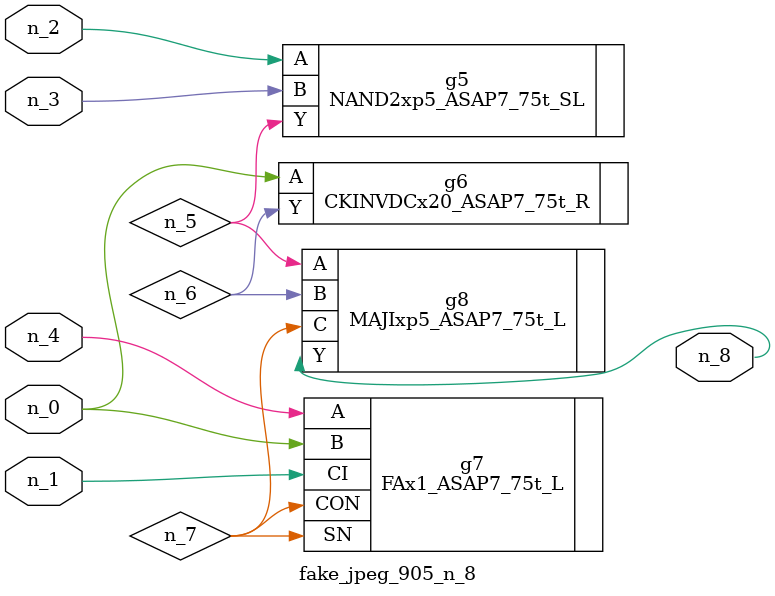
<source format=v>
module fake_jpeg_905_n_8 (n_3, n_2, n_1, n_0, n_4, n_8);

input n_3;
input n_2;
input n_1;
input n_0;
input n_4;

output n_8;

wire n_6;
wire n_5;
wire n_7;

NAND2xp5_ASAP7_75t_SL g5 ( 
.A(n_2),
.B(n_3),
.Y(n_5)
);

CKINVDCx20_ASAP7_75t_R g6 ( 
.A(n_0),
.Y(n_6)
);

FAx1_ASAP7_75t_L g7 ( 
.A(n_4),
.B(n_0),
.CI(n_1),
.CON(n_7),
.SN(n_7)
);

MAJIxp5_ASAP7_75t_L g8 ( 
.A(n_5),
.B(n_6),
.C(n_7),
.Y(n_8)
);


endmodule
</source>
